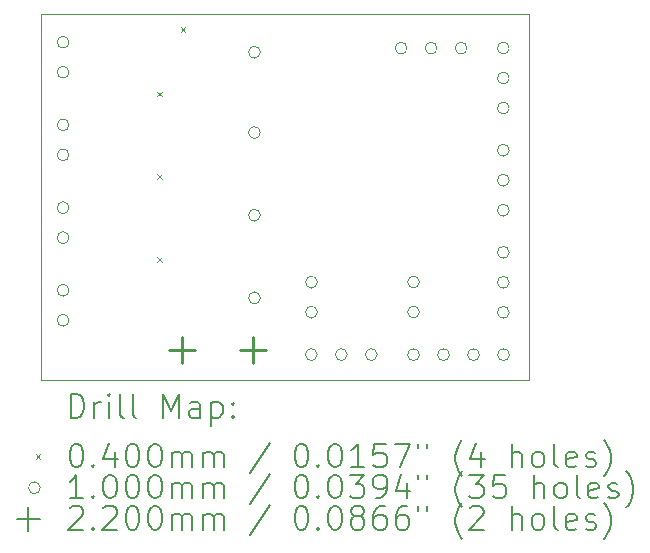
<source format=gbr>
%FSLAX45Y45*%
G04 Gerber Fmt 4.5, Leading zero omitted, Abs format (unit mm)*
G04 Created by KiCad (PCBNEW (6.0.2)) date 2022-07-27 14:52:00*
%MOMM*%
%LPD*%
G01*
G04 APERTURE LIST*
%TA.AperFunction,Profile*%
%ADD10C,0.100000*%
%TD*%
%ADD11C,0.200000*%
%ADD12C,0.040000*%
%ADD13C,0.100000*%
%ADD14C,0.220000*%
G04 APERTURE END LIST*
D10*
X4497000Y-9022000D02*
X8631000Y-9022000D01*
X8631000Y-9022000D02*
X8631000Y-12124000D01*
X8631000Y-12124000D02*
X4497000Y-12124000D01*
X4497000Y-12124000D02*
X4497000Y-9022000D01*
D11*
D12*
X5480000Y-9680000D02*
X5520000Y-9720000D01*
X5520000Y-9680000D02*
X5480000Y-9720000D01*
X5480000Y-10380000D02*
X5520000Y-10420000D01*
X5520000Y-10380000D02*
X5480000Y-10420000D01*
X5480000Y-11080000D02*
X5520000Y-11120000D01*
X5520000Y-11080000D02*
X5480000Y-11120000D01*
X5680000Y-9135048D02*
X5720000Y-9175048D01*
X5720000Y-9135048D02*
X5680000Y-9175048D01*
D13*
X4735000Y-9260500D02*
G75*
G03*
X4735000Y-9260500I-50000J0D01*
G01*
X4735000Y-9514500D02*
G75*
G03*
X4735000Y-9514500I-50000J0D01*
G01*
X4735000Y-9961000D02*
G75*
G03*
X4735000Y-9961000I-50000J0D01*
G01*
X4735000Y-10215000D02*
G75*
G03*
X4735000Y-10215000I-50000J0D01*
G01*
X4735000Y-10661500D02*
G75*
G03*
X4735000Y-10661500I-50000J0D01*
G01*
X4735000Y-10915500D02*
G75*
G03*
X4735000Y-10915500I-50000J0D01*
G01*
X4735000Y-11360500D02*
G75*
G03*
X4735000Y-11360500I-50000J0D01*
G01*
X4735000Y-11614500D02*
G75*
G03*
X4735000Y-11614500I-50000J0D01*
G01*
X6355000Y-9345000D02*
G75*
G03*
X6355000Y-9345000I-50000J0D01*
G01*
X6355000Y-10025000D02*
G75*
G03*
X6355000Y-10025000I-50000J0D01*
G01*
X6355000Y-10725000D02*
G75*
G03*
X6355000Y-10725000I-50000J0D01*
G01*
X6355000Y-11425000D02*
G75*
G03*
X6355000Y-11425000I-50000J0D01*
G01*
X6836500Y-11905000D02*
G75*
G03*
X6836500Y-11905000I-50000J0D01*
G01*
X6838000Y-11292000D02*
G75*
G03*
X6838000Y-11292000I-50000J0D01*
G01*
X6838000Y-11546000D02*
G75*
G03*
X6838000Y-11546000I-50000J0D01*
G01*
X7090500Y-11905000D02*
G75*
G03*
X7090500Y-11905000I-50000J0D01*
G01*
X7344500Y-11905000D02*
G75*
G03*
X7344500Y-11905000I-50000J0D01*
G01*
X7597000Y-9310000D02*
G75*
G03*
X7597000Y-9310000I-50000J0D01*
G01*
X7702000Y-11291000D02*
G75*
G03*
X7702000Y-11291000I-50000J0D01*
G01*
X7702000Y-11545000D02*
G75*
G03*
X7702000Y-11545000I-50000J0D01*
G01*
X7702000Y-11905000D02*
G75*
G03*
X7702000Y-11905000I-50000J0D01*
G01*
X7851000Y-9310000D02*
G75*
G03*
X7851000Y-9310000I-50000J0D01*
G01*
X7956000Y-11905000D02*
G75*
G03*
X7956000Y-11905000I-50000J0D01*
G01*
X8105000Y-9310000D02*
G75*
G03*
X8105000Y-9310000I-50000J0D01*
G01*
X8210000Y-11905000D02*
G75*
G03*
X8210000Y-11905000I-50000J0D01*
G01*
X8462000Y-9310000D02*
G75*
G03*
X8462000Y-9310000I-50000J0D01*
G01*
X8462000Y-9564000D02*
G75*
G03*
X8462000Y-9564000I-50000J0D01*
G01*
X8462000Y-9818000D02*
G75*
G03*
X8462000Y-9818000I-50000J0D01*
G01*
X8462000Y-10175000D02*
G75*
G03*
X8462000Y-10175000I-50000J0D01*
G01*
X8462000Y-10429000D02*
G75*
G03*
X8462000Y-10429000I-50000J0D01*
G01*
X8462000Y-10683000D02*
G75*
G03*
X8462000Y-10683000I-50000J0D01*
G01*
X8462000Y-11039500D02*
G75*
G03*
X8462000Y-11039500I-50000J0D01*
G01*
X8462000Y-11293500D02*
G75*
G03*
X8462000Y-11293500I-50000J0D01*
G01*
X8462000Y-11547500D02*
G75*
G03*
X8462000Y-11547500I-50000J0D01*
G01*
X8464000Y-11905000D02*
G75*
G03*
X8464000Y-11905000I-50000J0D01*
G01*
D14*
X5695000Y-11757000D02*
X5695000Y-11977000D01*
X5585000Y-11867000D02*
X5805000Y-11867000D01*
X6295000Y-11757000D02*
X6295000Y-11977000D01*
X6185000Y-11867000D02*
X6405000Y-11867000D01*
D11*
X4749619Y-12439476D02*
X4749619Y-12239476D01*
X4797238Y-12239476D01*
X4825810Y-12249000D01*
X4844857Y-12268048D01*
X4854381Y-12287095D01*
X4863905Y-12325190D01*
X4863905Y-12353762D01*
X4854381Y-12391857D01*
X4844857Y-12410905D01*
X4825810Y-12429952D01*
X4797238Y-12439476D01*
X4749619Y-12439476D01*
X4949619Y-12439476D02*
X4949619Y-12306143D01*
X4949619Y-12344238D02*
X4959143Y-12325190D01*
X4968667Y-12315667D01*
X4987714Y-12306143D01*
X5006762Y-12306143D01*
X5073429Y-12439476D02*
X5073429Y-12306143D01*
X5073429Y-12239476D02*
X5063905Y-12249000D01*
X5073429Y-12258524D01*
X5082952Y-12249000D01*
X5073429Y-12239476D01*
X5073429Y-12258524D01*
X5197238Y-12439476D02*
X5178190Y-12429952D01*
X5168667Y-12410905D01*
X5168667Y-12239476D01*
X5302000Y-12439476D02*
X5282952Y-12429952D01*
X5273429Y-12410905D01*
X5273429Y-12239476D01*
X5530571Y-12439476D02*
X5530571Y-12239476D01*
X5597238Y-12382333D01*
X5663905Y-12239476D01*
X5663905Y-12439476D01*
X5844857Y-12439476D02*
X5844857Y-12334714D01*
X5835333Y-12315667D01*
X5816286Y-12306143D01*
X5778190Y-12306143D01*
X5759143Y-12315667D01*
X5844857Y-12429952D02*
X5825809Y-12439476D01*
X5778190Y-12439476D01*
X5759143Y-12429952D01*
X5749619Y-12410905D01*
X5749619Y-12391857D01*
X5759143Y-12372809D01*
X5778190Y-12363286D01*
X5825809Y-12363286D01*
X5844857Y-12353762D01*
X5940095Y-12306143D02*
X5940095Y-12506143D01*
X5940095Y-12315667D02*
X5959143Y-12306143D01*
X5997238Y-12306143D01*
X6016286Y-12315667D01*
X6025809Y-12325190D01*
X6035333Y-12344238D01*
X6035333Y-12401381D01*
X6025809Y-12420428D01*
X6016286Y-12429952D01*
X5997238Y-12439476D01*
X5959143Y-12439476D01*
X5940095Y-12429952D01*
X6121048Y-12420428D02*
X6130571Y-12429952D01*
X6121048Y-12439476D01*
X6111524Y-12429952D01*
X6121048Y-12420428D01*
X6121048Y-12439476D01*
X6121048Y-12315667D02*
X6130571Y-12325190D01*
X6121048Y-12334714D01*
X6111524Y-12325190D01*
X6121048Y-12315667D01*
X6121048Y-12334714D01*
D12*
X4452000Y-12749000D02*
X4492000Y-12789000D01*
X4492000Y-12749000D02*
X4452000Y-12789000D01*
D11*
X4787714Y-12659476D02*
X4806762Y-12659476D01*
X4825810Y-12669000D01*
X4835333Y-12678524D01*
X4844857Y-12697571D01*
X4854381Y-12735667D01*
X4854381Y-12783286D01*
X4844857Y-12821381D01*
X4835333Y-12840428D01*
X4825810Y-12849952D01*
X4806762Y-12859476D01*
X4787714Y-12859476D01*
X4768667Y-12849952D01*
X4759143Y-12840428D01*
X4749619Y-12821381D01*
X4740095Y-12783286D01*
X4740095Y-12735667D01*
X4749619Y-12697571D01*
X4759143Y-12678524D01*
X4768667Y-12669000D01*
X4787714Y-12659476D01*
X4940095Y-12840428D02*
X4949619Y-12849952D01*
X4940095Y-12859476D01*
X4930571Y-12849952D01*
X4940095Y-12840428D01*
X4940095Y-12859476D01*
X5121048Y-12726143D02*
X5121048Y-12859476D01*
X5073429Y-12649952D02*
X5025810Y-12792809D01*
X5149619Y-12792809D01*
X5263905Y-12659476D02*
X5282952Y-12659476D01*
X5302000Y-12669000D01*
X5311524Y-12678524D01*
X5321048Y-12697571D01*
X5330571Y-12735667D01*
X5330571Y-12783286D01*
X5321048Y-12821381D01*
X5311524Y-12840428D01*
X5302000Y-12849952D01*
X5282952Y-12859476D01*
X5263905Y-12859476D01*
X5244857Y-12849952D01*
X5235333Y-12840428D01*
X5225810Y-12821381D01*
X5216286Y-12783286D01*
X5216286Y-12735667D01*
X5225810Y-12697571D01*
X5235333Y-12678524D01*
X5244857Y-12669000D01*
X5263905Y-12659476D01*
X5454381Y-12659476D02*
X5473429Y-12659476D01*
X5492476Y-12669000D01*
X5502000Y-12678524D01*
X5511524Y-12697571D01*
X5521048Y-12735667D01*
X5521048Y-12783286D01*
X5511524Y-12821381D01*
X5502000Y-12840428D01*
X5492476Y-12849952D01*
X5473429Y-12859476D01*
X5454381Y-12859476D01*
X5435333Y-12849952D01*
X5425810Y-12840428D01*
X5416286Y-12821381D01*
X5406762Y-12783286D01*
X5406762Y-12735667D01*
X5416286Y-12697571D01*
X5425810Y-12678524D01*
X5435333Y-12669000D01*
X5454381Y-12659476D01*
X5606762Y-12859476D02*
X5606762Y-12726143D01*
X5606762Y-12745190D02*
X5616286Y-12735667D01*
X5635333Y-12726143D01*
X5663905Y-12726143D01*
X5682952Y-12735667D01*
X5692476Y-12754714D01*
X5692476Y-12859476D01*
X5692476Y-12754714D02*
X5702000Y-12735667D01*
X5721048Y-12726143D01*
X5749619Y-12726143D01*
X5768667Y-12735667D01*
X5778190Y-12754714D01*
X5778190Y-12859476D01*
X5873428Y-12859476D02*
X5873428Y-12726143D01*
X5873428Y-12745190D02*
X5882952Y-12735667D01*
X5902000Y-12726143D01*
X5930571Y-12726143D01*
X5949619Y-12735667D01*
X5959143Y-12754714D01*
X5959143Y-12859476D01*
X5959143Y-12754714D02*
X5968667Y-12735667D01*
X5987714Y-12726143D01*
X6016286Y-12726143D01*
X6035333Y-12735667D01*
X6044857Y-12754714D01*
X6044857Y-12859476D01*
X6435333Y-12649952D02*
X6263905Y-12907095D01*
X6692476Y-12659476D02*
X6711524Y-12659476D01*
X6730571Y-12669000D01*
X6740095Y-12678524D01*
X6749619Y-12697571D01*
X6759143Y-12735667D01*
X6759143Y-12783286D01*
X6749619Y-12821381D01*
X6740095Y-12840428D01*
X6730571Y-12849952D01*
X6711524Y-12859476D01*
X6692476Y-12859476D01*
X6673428Y-12849952D01*
X6663905Y-12840428D01*
X6654381Y-12821381D01*
X6644857Y-12783286D01*
X6644857Y-12735667D01*
X6654381Y-12697571D01*
X6663905Y-12678524D01*
X6673428Y-12669000D01*
X6692476Y-12659476D01*
X6844857Y-12840428D02*
X6854381Y-12849952D01*
X6844857Y-12859476D01*
X6835333Y-12849952D01*
X6844857Y-12840428D01*
X6844857Y-12859476D01*
X6978190Y-12659476D02*
X6997238Y-12659476D01*
X7016286Y-12669000D01*
X7025809Y-12678524D01*
X7035333Y-12697571D01*
X7044857Y-12735667D01*
X7044857Y-12783286D01*
X7035333Y-12821381D01*
X7025809Y-12840428D01*
X7016286Y-12849952D01*
X6997238Y-12859476D01*
X6978190Y-12859476D01*
X6959143Y-12849952D01*
X6949619Y-12840428D01*
X6940095Y-12821381D01*
X6930571Y-12783286D01*
X6930571Y-12735667D01*
X6940095Y-12697571D01*
X6949619Y-12678524D01*
X6959143Y-12669000D01*
X6978190Y-12659476D01*
X7235333Y-12859476D02*
X7121048Y-12859476D01*
X7178190Y-12859476D02*
X7178190Y-12659476D01*
X7159143Y-12688048D01*
X7140095Y-12707095D01*
X7121048Y-12716619D01*
X7416286Y-12659476D02*
X7321048Y-12659476D01*
X7311524Y-12754714D01*
X7321048Y-12745190D01*
X7340095Y-12735667D01*
X7387714Y-12735667D01*
X7406762Y-12745190D01*
X7416286Y-12754714D01*
X7425809Y-12773762D01*
X7425809Y-12821381D01*
X7416286Y-12840428D01*
X7406762Y-12849952D01*
X7387714Y-12859476D01*
X7340095Y-12859476D01*
X7321048Y-12849952D01*
X7311524Y-12840428D01*
X7492476Y-12659476D02*
X7625809Y-12659476D01*
X7540095Y-12859476D01*
X7692476Y-12659476D02*
X7692476Y-12697571D01*
X7768667Y-12659476D02*
X7768667Y-12697571D01*
X8063905Y-12935667D02*
X8054381Y-12926143D01*
X8035333Y-12897571D01*
X8025809Y-12878524D01*
X8016286Y-12849952D01*
X8006762Y-12802333D01*
X8006762Y-12764238D01*
X8016286Y-12716619D01*
X8025809Y-12688048D01*
X8035333Y-12669000D01*
X8054381Y-12640428D01*
X8063905Y-12630905D01*
X8225809Y-12726143D02*
X8225809Y-12859476D01*
X8178190Y-12649952D02*
X8130571Y-12792809D01*
X8254381Y-12792809D01*
X8482952Y-12859476D02*
X8482952Y-12659476D01*
X8568667Y-12859476D02*
X8568667Y-12754714D01*
X8559143Y-12735667D01*
X8540095Y-12726143D01*
X8511524Y-12726143D01*
X8492476Y-12735667D01*
X8482952Y-12745190D01*
X8692476Y-12859476D02*
X8673429Y-12849952D01*
X8663905Y-12840428D01*
X8654381Y-12821381D01*
X8654381Y-12764238D01*
X8663905Y-12745190D01*
X8673429Y-12735667D01*
X8692476Y-12726143D01*
X8721048Y-12726143D01*
X8740095Y-12735667D01*
X8749619Y-12745190D01*
X8759143Y-12764238D01*
X8759143Y-12821381D01*
X8749619Y-12840428D01*
X8740095Y-12849952D01*
X8721048Y-12859476D01*
X8692476Y-12859476D01*
X8873429Y-12859476D02*
X8854381Y-12849952D01*
X8844857Y-12830905D01*
X8844857Y-12659476D01*
X9025810Y-12849952D02*
X9006762Y-12859476D01*
X8968667Y-12859476D01*
X8949619Y-12849952D01*
X8940095Y-12830905D01*
X8940095Y-12754714D01*
X8949619Y-12735667D01*
X8968667Y-12726143D01*
X9006762Y-12726143D01*
X9025810Y-12735667D01*
X9035333Y-12754714D01*
X9035333Y-12773762D01*
X8940095Y-12792809D01*
X9111524Y-12849952D02*
X9130571Y-12859476D01*
X9168667Y-12859476D01*
X9187714Y-12849952D01*
X9197238Y-12830905D01*
X9197238Y-12821381D01*
X9187714Y-12802333D01*
X9168667Y-12792809D01*
X9140095Y-12792809D01*
X9121048Y-12783286D01*
X9111524Y-12764238D01*
X9111524Y-12754714D01*
X9121048Y-12735667D01*
X9140095Y-12726143D01*
X9168667Y-12726143D01*
X9187714Y-12735667D01*
X9263905Y-12935667D02*
X9273429Y-12926143D01*
X9292476Y-12897571D01*
X9302000Y-12878524D01*
X9311524Y-12849952D01*
X9321048Y-12802333D01*
X9321048Y-12764238D01*
X9311524Y-12716619D01*
X9302000Y-12688048D01*
X9292476Y-12669000D01*
X9273429Y-12640428D01*
X9263905Y-12630905D01*
D13*
X4492000Y-13033000D02*
G75*
G03*
X4492000Y-13033000I-50000J0D01*
G01*
D11*
X4854381Y-13123476D02*
X4740095Y-13123476D01*
X4797238Y-13123476D02*
X4797238Y-12923476D01*
X4778190Y-12952048D01*
X4759143Y-12971095D01*
X4740095Y-12980619D01*
X4940095Y-13104428D02*
X4949619Y-13113952D01*
X4940095Y-13123476D01*
X4930571Y-13113952D01*
X4940095Y-13104428D01*
X4940095Y-13123476D01*
X5073429Y-12923476D02*
X5092476Y-12923476D01*
X5111524Y-12933000D01*
X5121048Y-12942524D01*
X5130571Y-12961571D01*
X5140095Y-12999667D01*
X5140095Y-13047286D01*
X5130571Y-13085381D01*
X5121048Y-13104428D01*
X5111524Y-13113952D01*
X5092476Y-13123476D01*
X5073429Y-13123476D01*
X5054381Y-13113952D01*
X5044857Y-13104428D01*
X5035333Y-13085381D01*
X5025810Y-13047286D01*
X5025810Y-12999667D01*
X5035333Y-12961571D01*
X5044857Y-12942524D01*
X5054381Y-12933000D01*
X5073429Y-12923476D01*
X5263905Y-12923476D02*
X5282952Y-12923476D01*
X5302000Y-12933000D01*
X5311524Y-12942524D01*
X5321048Y-12961571D01*
X5330571Y-12999667D01*
X5330571Y-13047286D01*
X5321048Y-13085381D01*
X5311524Y-13104428D01*
X5302000Y-13113952D01*
X5282952Y-13123476D01*
X5263905Y-13123476D01*
X5244857Y-13113952D01*
X5235333Y-13104428D01*
X5225810Y-13085381D01*
X5216286Y-13047286D01*
X5216286Y-12999667D01*
X5225810Y-12961571D01*
X5235333Y-12942524D01*
X5244857Y-12933000D01*
X5263905Y-12923476D01*
X5454381Y-12923476D02*
X5473429Y-12923476D01*
X5492476Y-12933000D01*
X5502000Y-12942524D01*
X5511524Y-12961571D01*
X5521048Y-12999667D01*
X5521048Y-13047286D01*
X5511524Y-13085381D01*
X5502000Y-13104428D01*
X5492476Y-13113952D01*
X5473429Y-13123476D01*
X5454381Y-13123476D01*
X5435333Y-13113952D01*
X5425810Y-13104428D01*
X5416286Y-13085381D01*
X5406762Y-13047286D01*
X5406762Y-12999667D01*
X5416286Y-12961571D01*
X5425810Y-12942524D01*
X5435333Y-12933000D01*
X5454381Y-12923476D01*
X5606762Y-13123476D02*
X5606762Y-12990143D01*
X5606762Y-13009190D02*
X5616286Y-12999667D01*
X5635333Y-12990143D01*
X5663905Y-12990143D01*
X5682952Y-12999667D01*
X5692476Y-13018714D01*
X5692476Y-13123476D01*
X5692476Y-13018714D02*
X5702000Y-12999667D01*
X5721048Y-12990143D01*
X5749619Y-12990143D01*
X5768667Y-12999667D01*
X5778190Y-13018714D01*
X5778190Y-13123476D01*
X5873428Y-13123476D02*
X5873428Y-12990143D01*
X5873428Y-13009190D02*
X5882952Y-12999667D01*
X5902000Y-12990143D01*
X5930571Y-12990143D01*
X5949619Y-12999667D01*
X5959143Y-13018714D01*
X5959143Y-13123476D01*
X5959143Y-13018714D02*
X5968667Y-12999667D01*
X5987714Y-12990143D01*
X6016286Y-12990143D01*
X6035333Y-12999667D01*
X6044857Y-13018714D01*
X6044857Y-13123476D01*
X6435333Y-12913952D02*
X6263905Y-13171095D01*
X6692476Y-12923476D02*
X6711524Y-12923476D01*
X6730571Y-12933000D01*
X6740095Y-12942524D01*
X6749619Y-12961571D01*
X6759143Y-12999667D01*
X6759143Y-13047286D01*
X6749619Y-13085381D01*
X6740095Y-13104428D01*
X6730571Y-13113952D01*
X6711524Y-13123476D01*
X6692476Y-13123476D01*
X6673428Y-13113952D01*
X6663905Y-13104428D01*
X6654381Y-13085381D01*
X6644857Y-13047286D01*
X6644857Y-12999667D01*
X6654381Y-12961571D01*
X6663905Y-12942524D01*
X6673428Y-12933000D01*
X6692476Y-12923476D01*
X6844857Y-13104428D02*
X6854381Y-13113952D01*
X6844857Y-13123476D01*
X6835333Y-13113952D01*
X6844857Y-13104428D01*
X6844857Y-13123476D01*
X6978190Y-12923476D02*
X6997238Y-12923476D01*
X7016286Y-12933000D01*
X7025809Y-12942524D01*
X7035333Y-12961571D01*
X7044857Y-12999667D01*
X7044857Y-13047286D01*
X7035333Y-13085381D01*
X7025809Y-13104428D01*
X7016286Y-13113952D01*
X6997238Y-13123476D01*
X6978190Y-13123476D01*
X6959143Y-13113952D01*
X6949619Y-13104428D01*
X6940095Y-13085381D01*
X6930571Y-13047286D01*
X6930571Y-12999667D01*
X6940095Y-12961571D01*
X6949619Y-12942524D01*
X6959143Y-12933000D01*
X6978190Y-12923476D01*
X7111524Y-12923476D02*
X7235333Y-12923476D01*
X7168667Y-12999667D01*
X7197238Y-12999667D01*
X7216286Y-13009190D01*
X7225809Y-13018714D01*
X7235333Y-13037762D01*
X7235333Y-13085381D01*
X7225809Y-13104428D01*
X7216286Y-13113952D01*
X7197238Y-13123476D01*
X7140095Y-13123476D01*
X7121048Y-13113952D01*
X7111524Y-13104428D01*
X7330571Y-13123476D02*
X7368667Y-13123476D01*
X7387714Y-13113952D01*
X7397238Y-13104428D01*
X7416286Y-13075857D01*
X7425809Y-13037762D01*
X7425809Y-12961571D01*
X7416286Y-12942524D01*
X7406762Y-12933000D01*
X7387714Y-12923476D01*
X7349619Y-12923476D01*
X7330571Y-12933000D01*
X7321048Y-12942524D01*
X7311524Y-12961571D01*
X7311524Y-13009190D01*
X7321048Y-13028238D01*
X7330571Y-13037762D01*
X7349619Y-13047286D01*
X7387714Y-13047286D01*
X7406762Y-13037762D01*
X7416286Y-13028238D01*
X7425809Y-13009190D01*
X7597238Y-12990143D02*
X7597238Y-13123476D01*
X7549619Y-12913952D02*
X7502000Y-13056809D01*
X7625809Y-13056809D01*
X7692476Y-12923476D02*
X7692476Y-12961571D01*
X7768667Y-12923476D02*
X7768667Y-12961571D01*
X8063905Y-13199667D02*
X8054381Y-13190143D01*
X8035333Y-13161571D01*
X8025809Y-13142524D01*
X8016286Y-13113952D01*
X8006762Y-13066333D01*
X8006762Y-13028238D01*
X8016286Y-12980619D01*
X8025809Y-12952048D01*
X8035333Y-12933000D01*
X8054381Y-12904428D01*
X8063905Y-12894905D01*
X8121048Y-12923476D02*
X8244857Y-12923476D01*
X8178190Y-12999667D01*
X8206762Y-12999667D01*
X8225809Y-13009190D01*
X8235333Y-13018714D01*
X8244857Y-13037762D01*
X8244857Y-13085381D01*
X8235333Y-13104428D01*
X8225809Y-13113952D01*
X8206762Y-13123476D01*
X8149619Y-13123476D01*
X8130571Y-13113952D01*
X8121048Y-13104428D01*
X8425810Y-12923476D02*
X8330571Y-12923476D01*
X8321048Y-13018714D01*
X8330571Y-13009190D01*
X8349619Y-12999667D01*
X8397238Y-12999667D01*
X8416286Y-13009190D01*
X8425810Y-13018714D01*
X8435333Y-13037762D01*
X8435333Y-13085381D01*
X8425810Y-13104428D01*
X8416286Y-13113952D01*
X8397238Y-13123476D01*
X8349619Y-13123476D01*
X8330571Y-13113952D01*
X8321048Y-13104428D01*
X8673429Y-13123476D02*
X8673429Y-12923476D01*
X8759143Y-13123476D02*
X8759143Y-13018714D01*
X8749619Y-12999667D01*
X8730571Y-12990143D01*
X8702000Y-12990143D01*
X8682952Y-12999667D01*
X8673429Y-13009190D01*
X8882952Y-13123476D02*
X8863905Y-13113952D01*
X8854381Y-13104428D01*
X8844857Y-13085381D01*
X8844857Y-13028238D01*
X8854381Y-13009190D01*
X8863905Y-12999667D01*
X8882952Y-12990143D01*
X8911524Y-12990143D01*
X8930571Y-12999667D01*
X8940095Y-13009190D01*
X8949619Y-13028238D01*
X8949619Y-13085381D01*
X8940095Y-13104428D01*
X8930571Y-13113952D01*
X8911524Y-13123476D01*
X8882952Y-13123476D01*
X9063905Y-13123476D02*
X9044857Y-13113952D01*
X9035333Y-13094905D01*
X9035333Y-12923476D01*
X9216286Y-13113952D02*
X9197238Y-13123476D01*
X9159143Y-13123476D01*
X9140095Y-13113952D01*
X9130571Y-13094905D01*
X9130571Y-13018714D01*
X9140095Y-12999667D01*
X9159143Y-12990143D01*
X9197238Y-12990143D01*
X9216286Y-12999667D01*
X9225810Y-13018714D01*
X9225810Y-13037762D01*
X9130571Y-13056809D01*
X9302000Y-13113952D02*
X9321048Y-13123476D01*
X9359143Y-13123476D01*
X9378190Y-13113952D01*
X9387714Y-13094905D01*
X9387714Y-13085381D01*
X9378190Y-13066333D01*
X9359143Y-13056809D01*
X9330571Y-13056809D01*
X9311524Y-13047286D01*
X9302000Y-13028238D01*
X9302000Y-13018714D01*
X9311524Y-12999667D01*
X9330571Y-12990143D01*
X9359143Y-12990143D01*
X9378190Y-12999667D01*
X9454381Y-13199667D02*
X9463905Y-13190143D01*
X9482952Y-13161571D01*
X9492476Y-13142524D01*
X9502000Y-13113952D01*
X9511524Y-13066333D01*
X9511524Y-13028238D01*
X9502000Y-12980619D01*
X9492476Y-12952048D01*
X9482952Y-12933000D01*
X9463905Y-12904428D01*
X9454381Y-12894905D01*
X4392000Y-13197000D02*
X4392000Y-13397000D01*
X4292000Y-13297000D02*
X4492000Y-13297000D01*
X4740095Y-13206524D02*
X4749619Y-13197000D01*
X4768667Y-13187476D01*
X4816286Y-13187476D01*
X4835333Y-13197000D01*
X4844857Y-13206524D01*
X4854381Y-13225571D01*
X4854381Y-13244619D01*
X4844857Y-13273190D01*
X4730571Y-13387476D01*
X4854381Y-13387476D01*
X4940095Y-13368428D02*
X4949619Y-13377952D01*
X4940095Y-13387476D01*
X4930571Y-13377952D01*
X4940095Y-13368428D01*
X4940095Y-13387476D01*
X5025810Y-13206524D02*
X5035333Y-13197000D01*
X5054381Y-13187476D01*
X5102000Y-13187476D01*
X5121048Y-13197000D01*
X5130571Y-13206524D01*
X5140095Y-13225571D01*
X5140095Y-13244619D01*
X5130571Y-13273190D01*
X5016286Y-13387476D01*
X5140095Y-13387476D01*
X5263905Y-13187476D02*
X5282952Y-13187476D01*
X5302000Y-13197000D01*
X5311524Y-13206524D01*
X5321048Y-13225571D01*
X5330571Y-13263667D01*
X5330571Y-13311286D01*
X5321048Y-13349381D01*
X5311524Y-13368428D01*
X5302000Y-13377952D01*
X5282952Y-13387476D01*
X5263905Y-13387476D01*
X5244857Y-13377952D01*
X5235333Y-13368428D01*
X5225810Y-13349381D01*
X5216286Y-13311286D01*
X5216286Y-13263667D01*
X5225810Y-13225571D01*
X5235333Y-13206524D01*
X5244857Y-13197000D01*
X5263905Y-13187476D01*
X5454381Y-13187476D02*
X5473429Y-13187476D01*
X5492476Y-13197000D01*
X5502000Y-13206524D01*
X5511524Y-13225571D01*
X5521048Y-13263667D01*
X5521048Y-13311286D01*
X5511524Y-13349381D01*
X5502000Y-13368428D01*
X5492476Y-13377952D01*
X5473429Y-13387476D01*
X5454381Y-13387476D01*
X5435333Y-13377952D01*
X5425810Y-13368428D01*
X5416286Y-13349381D01*
X5406762Y-13311286D01*
X5406762Y-13263667D01*
X5416286Y-13225571D01*
X5425810Y-13206524D01*
X5435333Y-13197000D01*
X5454381Y-13187476D01*
X5606762Y-13387476D02*
X5606762Y-13254143D01*
X5606762Y-13273190D02*
X5616286Y-13263667D01*
X5635333Y-13254143D01*
X5663905Y-13254143D01*
X5682952Y-13263667D01*
X5692476Y-13282714D01*
X5692476Y-13387476D01*
X5692476Y-13282714D02*
X5702000Y-13263667D01*
X5721048Y-13254143D01*
X5749619Y-13254143D01*
X5768667Y-13263667D01*
X5778190Y-13282714D01*
X5778190Y-13387476D01*
X5873428Y-13387476D02*
X5873428Y-13254143D01*
X5873428Y-13273190D02*
X5882952Y-13263667D01*
X5902000Y-13254143D01*
X5930571Y-13254143D01*
X5949619Y-13263667D01*
X5959143Y-13282714D01*
X5959143Y-13387476D01*
X5959143Y-13282714D02*
X5968667Y-13263667D01*
X5987714Y-13254143D01*
X6016286Y-13254143D01*
X6035333Y-13263667D01*
X6044857Y-13282714D01*
X6044857Y-13387476D01*
X6435333Y-13177952D02*
X6263905Y-13435095D01*
X6692476Y-13187476D02*
X6711524Y-13187476D01*
X6730571Y-13197000D01*
X6740095Y-13206524D01*
X6749619Y-13225571D01*
X6759143Y-13263667D01*
X6759143Y-13311286D01*
X6749619Y-13349381D01*
X6740095Y-13368428D01*
X6730571Y-13377952D01*
X6711524Y-13387476D01*
X6692476Y-13387476D01*
X6673428Y-13377952D01*
X6663905Y-13368428D01*
X6654381Y-13349381D01*
X6644857Y-13311286D01*
X6644857Y-13263667D01*
X6654381Y-13225571D01*
X6663905Y-13206524D01*
X6673428Y-13197000D01*
X6692476Y-13187476D01*
X6844857Y-13368428D02*
X6854381Y-13377952D01*
X6844857Y-13387476D01*
X6835333Y-13377952D01*
X6844857Y-13368428D01*
X6844857Y-13387476D01*
X6978190Y-13187476D02*
X6997238Y-13187476D01*
X7016286Y-13197000D01*
X7025809Y-13206524D01*
X7035333Y-13225571D01*
X7044857Y-13263667D01*
X7044857Y-13311286D01*
X7035333Y-13349381D01*
X7025809Y-13368428D01*
X7016286Y-13377952D01*
X6997238Y-13387476D01*
X6978190Y-13387476D01*
X6959143Y-13377952D01*
X6949619Y-13368428D01*
X6940095Y-13349381D01*
X6930571Y-13311286D01*
X6930571Y-13263667D01*
X6940095Y-13225571D01*
X6949619Y-13206524D01*
X6959143Y-13197000D01*
X6978190Y-13187476D01*
X7159143Y-13273190D02*
X7140095Y-13263667D01*
X7130571Y-13254143D01*
X7121048Y-13235095D01*
X7121048Y-13225571D01*
X7130571Y-13206524D01*
X7140095Y-13197000D01*
X7159143Y-13187476D01*
X7197238Y-13187476D01*
X7216286Y-13197000D01*
X7225809Y-13206524D01*
X7235333Y-13225571D01*
X7235333Y-13235095D01*
X7225809Y-13254143D01*
X7216286Y-13263667D01*
X7197238Y-13273190D01*
X7159143Y-13273190D01*
X7140095Y-13282714D01*
X7130571Y-13292238D01*
X7121048Y-13311286D01*
X7121048Y-13349381D01*
X7130571Y-13368428D01*
X7140095Y-13377952D01*
X7159143Y-13387476D01*
X7197238Y-13387476D01*
X7216286Y-13377952D01*
X7225809Y-13368428D01*
X7235333Y-13349381D01*
X7235333Y-13311286D01*
X7225809Y-13292238D01*
X7216286Y-13282714D01*
X7197238Y-13273190D01*
X7406762Y-13187476D02*
X7368667Y-13187476D01*
X7349619Y-13197000D01*
X7340095Y-13206524D01*
X7321048Y-13235095D01*
X7311524Y-13273190D01*
X7311524Y-13349381D01*
X7321048Y-13368428D01*
X7330571Y-13377952D01*
X7349619Y-13387476D01*
X7387714Y-13387476D01*
X7406762Y-13377952D01*
X7416286Y-13368428D01*
X7425809Y-13349381D01*
X7425809Y-13301762D01*
X7416286Y-13282714D01*
X7406762Y-13273190D01*
X7387714Y-13263667D01*
X7349619Y-13263667D01*
X7330571Y-13273190D01*
X7321048Y-13282714D01*
X7311524Y-13301762D01*
X7597238Y-13187476D02*
X7559143Y-13187476D01*
X7540095Y-13197000D01*
X7530571Y-13206524D01*
X7511524Y-13235095D01*
X7502000Y-13273190D01*
X7502000Y-13349381D01*
X7511524Y-13368428D01*
X7521048Y-13377952D01*
X7540095Y-13387476D01*
X7578190Y-13387476D01*
X7597238Y-13377952D01*
X7606762Y-13368428D01*
X7616286Y-13349381D01*
X7616286Y-13301762D01*
X7606762Y-13282714D01*
X7597238Y-13273190D01*
X7578190Y-13263667D01*
X7540095Y-13263667D01*
X7521048Y-13273190D01*
X7511524Y-13282714D01*
X7502000Y-13301762D01*
X7692476Y-13187476D02*
X7692476Y-13225571D01*
X7768667Y-13187476D02*
X7768667Y-13225571D01*
X8063905Y-13463667D02*
X8054381Y-13454143D01*
X8035333Y-13425571D01*
X8025809Y-13406524D01*
X8016286Y-13377952D01*
X8006762Y-13330333D01*
X8006762Y-13292238D01*
X8016286Y-13244619D01*
X8025809Y-13216048D01*
X8035333Y-13197000D01*
X8054381Y-13168428D01*
X8063905Y-13158905D01*
X8130571Y-13206524D02*
X8140095Y-13197000D01*
X8159143Y-13187476D01*
X8206762Y-13187476D01*
X8225809Y-13197000D01*
X8235333Y-13206524D01*
X8244857Y-13225571D01*
X8244857Y-13244619D01*
X8235333Y-13273190D01*
X8121048Y-13387476D01*
X8244857Y-13387476D01*
X8482952Y-13387476D02*
X8482952Y-13187476D01*
X8568667Y-13387476D02*
X8568667Y-13282714D01*
X8559143Y-13263667D01*
X8540095Y-13254143D01*
X8511524Y-13254143D01*
X8492476Y-13263667D01*
X8482952Y-13273190D01*
X8692476Y-13387476D02*
X8673429Y-13377952D01*
X8663905Y-13368428D01*
X8654381Y-13349381D01*
X8654381Y-13292238D01*
X8663905Y-13273190D01*
X8673429Y-13263667D01*
X8692476Y-13254143D01*
X8721048Y-13254143D01*
X8740095Y-13263667D01*
X8749619Y-13273190D01*
X8759143Y-13292238D01*
X8759143Y-13349381D01*
X8749619Y-13368428D01*
X8740095Y-13377952D01*
X8721048Y-13387476D01*
X8692476Y-13387476D01*
X8873429Y-13387476D02*
X8854381Y-13377952D01*
X8844857Y-13358905D01*
X8844857Y-13187476D01*
X9025810Y-13377952D02*
X9006762Y-13387476D01*
X8968667Y-13387476D01*
X8949619Y-13377952D01*
X8940095Y-13358905D01*
X8940095Y-13282714D01*
X8949619Y-13263667D01*
X8968667Y-13254143D01*
X9006762Y-13254143D01*
X9025810Y-13263667D01*
X9035333Y-13282714D01*
X9035333Y-13301762D01*
X8940095Y-13320809D01*
X9111524Y-13377952D02*
X9130571Y-13387476D01*
X9168667Y-13387476D01*
X9187714Y-13377952D01*
X9197238Y-13358905D01*
X9197238Y-13349381D01*
X9187714Y-13330333D01*
X9168667Y-13320809D01*
X9140095Y-13320809D01*
X9121048Y-13311286D01*
X9111524Y-13292238D01*
X9111524Y-13282714D01*
X9121048Y-13263667D01*
X9140095Y-13254143D01*
X9168667Y-13254143D01*
X9187714Y-13263667D01*
X9263905Y-13463667D02*
X9273429Y-13454143D01*
X9292476Y-13425571D01*
X9302000Y-13406524D01*
X9311524Y-13377952D01*
X9321048Y-13330333D01*
X9321048Y-13292238D01*
X9311524Y-13244619D01*
X9302000Y-13216048D01*
X9292476Y-13197000D01*
X9273429Y-13168428D01*
X9263905Y-13158905D01*
M02*

</source>
